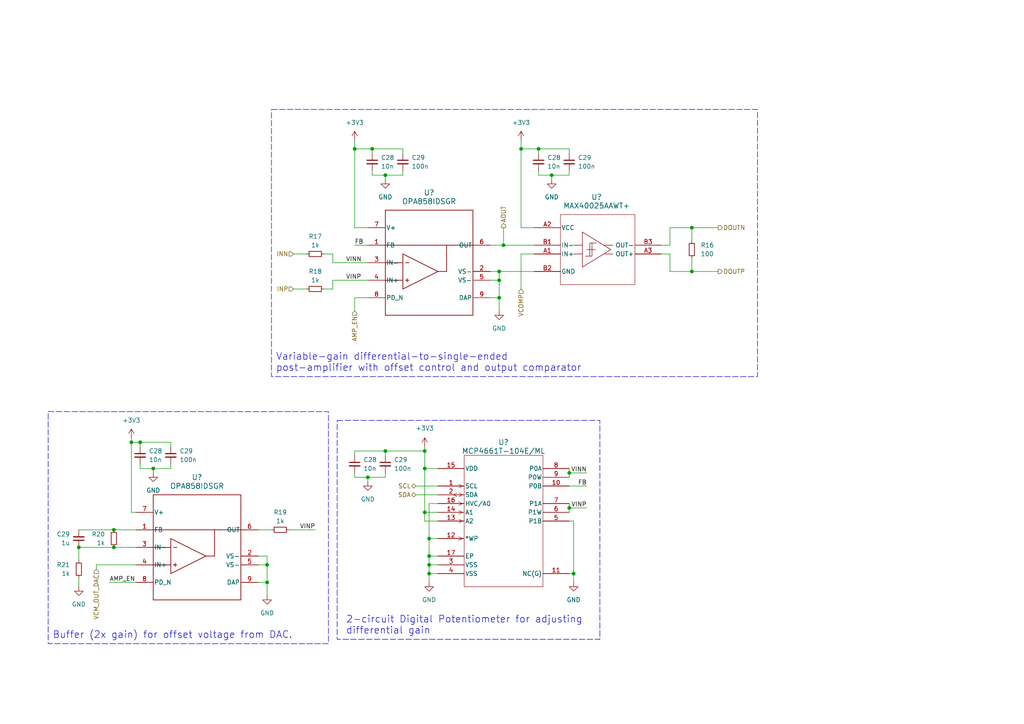
<source format=kicad_sch>
(kicad_sch (version 20230121) (generator eeschema)
  (paper "A4")
  (lib_symbols
    (symbol "Device:C_Small" (pin_numbers hide) (pin_names (offset 0.254) hide)
      (property "Reference" "C" (at 0.254 1.778 0))
      (property "Value" "C_Small" (at 0.254 -2.032 0))
      (symbol "C_Small_0_1"
        (polyline (pts (xy -1.524 -0.508) (xy 1.524 -0.508)) (stroke (width 0.3302)))
        (polyline (pts (xy -1.524 0.508) (xy 1.524 0.508)) (stroke (width 0.3048)))
      )
      (symbol "C_Small_1_1"
        (pin passive line (at 0 2.54 270) (length 2.032) (name "~") (number "1"))
        (pin passive line (at 0 -2.54 90) (length 2.032) (name "~") (number "2"))
      )
    )
    (symbol "Device:R_Small" (pin_numbers hide) (pin_names (offset 0.254) hide)
      (property "Reference" "R" (at 0.762 0.508 0))
      (property "Value" "R_Small" (at 0.762 -1.016 0))
      (symbol "R_Small_0_1"
        (rectangle (start -0.762 1.778) (end 0.762 -1.778) (stroke (width 0.2032)))
      )
      (symbol "R_Small_1_1"
        (pin passive line (at 0 2.54 270) (length 0.762) (name "~") (number "1"))
        (pin passive line (at 0 -2.54 90) (length 0.762) (name "~") (number "2"))
      )
    )
    (symbol "imported_components:MAX40025AAWT+" (pin_names (offset 0.254))
      (property "Reference" "U" (at 17.78 13.97 0))
      (property "Value" "MAX40025AAWT+" (at 17.78 11.43 0))
      (symbol "MAX40025AAWT+_0_1"
        (polyline (pts (xy 7.62 -10.16) (xy 29.21 -10.16)) (stroke (width 0.127)))
        (polyline (pts (xy 7.62 10.16) (xy 7.62 -10.16)) (stroke (width 0.127)))
        (polyline (pts (xy 29.21 -10.16) (xy 29.21 10.16)) (stroke (width 0.127)))
        (polyline (pts (xy 29.21 10.16) (xy 7.62 10.16)) (stroke (width 0.127)))
        (pin input line (at 0 -1.27 0) (length 7.62) (name "IN+") (number "A1"))
        (pin power_in line (at 0 6.35 0) (length 7.62) (name "VCC") (number "A2"))
        (pin output line (at 36.83 -1.27 180) (length 7.62) (name "OUT+") (number "A3"))
        (pin input line (at 0 1.27 0) (length 7.62) (name "IN-") (number "B1"))
        (pin output line (at 36.83 1.27 180) (length 7.62) (name "OUT-") (number "B3"))
      )
      (symbol "MAX40025AAWT+_1_1"
        (polyline (pts (xy 11.43 -1.27) (xy 13.97 -1.27)))
        (polyline (pts (xy 11.43 1.27) (xy 13.97 1.27)))
        (polyline (pts (xy 17.78 0) (xy 15.24 0)))
        (polyline (pts (xy 20.32 -1.27) (xy 22.86 -1.27)))
        (polyline (pts (xy 20.32 1.27) (xy 22.86 1.27)))
        (polyline (pts (xy 13.97 5.08) (xy 13.97 -5.08) (xy 22.225 0) (xy 13.97 5.08)))
        (polyline (pts (xy 14.859 -1.905) (xy 16.764 -1.905) (xy 16.764 1.905) (xy 18.034 1.905) (xy 16.129 1.905) (xy 16.129 -1.905)))
        (pin power_in line (at 0 -6.35 0) (length 7.62) (name "GND") (number "B2"))
      )
    )
    (symbol "imported_components:MCP4661T-104E_ML" (pin_names (offset 0.254))
      (property "Reference" "U" (at 0 22.86 0))
      (property "Value" "MCP4661T-104E/ML" (at 0 20.32 0))
      (symbol "MCP4661T-104E_ML_0_1"
        (polyline (pts (xy -13.5128 7.0993) (xy -14.5542 7.62)) (stroke (width 0.127)))
        (polyline (pts (xy -13.5128 8.1407) (xy -14.5542 7.62)) (stroke (width 0.127)))
        (polyline (pts (xy -11.9507 -5.08) (xy -12.9921 -5.6007)) (stroke (width 0.127)))
        (polyline (pts (xy -11.9507 -5.08) (xy -12.9921 -4.5593)) (stroke (width 0.127)))
        (polyline (pts (xy -11.9507 0) (xy -12.9921 -0.5207)) (stroke (width 0.127)))
        (polyline (pts (xy -11.9507 0) (xy -12.9921 0.5207)) (stroke (width 0.127)))
        (polyline (pts (xy -11.9507 2.54) (xy -12.9921 2.0193)) (stroke (width 0.127)))
        (polyline (pts (xy -11.9507 2.54) (xy -12.9921 3.0607)) (stroke (width 0.127)))
        (polyline (pts (xy -11.9507 5.08) (xy -12.9921 4.5593)) (stroke (width 0.127)))
        (polyline (pts (xy -11.9507 5.08) (xy -12.9921 5.6007)) (stroke (width 0.127)))
        (polyline (pts (xy -11.9507 7.62) (xy -12.9921 7.0993)) (stroke (width 0.127)))
        (polyline (pts (xy -11.9507 7.62) (xy -12.9921 8.1407)) (stroke (width 0.127)))
        (polyline (pts (xy -11.9507 10.16) (xy -12.9921 9.6393)) (stroke (width 0.127)))
        (polyline (pts (xy -11.9507 10.16) (xy -12.9921 10.6807)) (stroke (width 0.127)))
        (polyline (pts (xy -11.43 -19.05) (xy 11.43 -19.05)) (stroke (width 0.127)))
        (polyline (pts (xy -11.43 19.05) (xy -11.43 -19.05)) (stroke (width 0.127)))
        (polyline (pts (xy 11.43 -19.05) (xy 11.43 19.05)) (stroke (width 0.127)))
        (polyline (pts (xy 11.43 19.05) (xy -11.43 19.05)) (stroke (width 0.127)))
        (pin input line (at -19.05 10.16 0) (length 7.62) (name "SCL") (number "1"))
        (pin input line (at -19.05 -5.08 0) (length 7.62) (name "*WP") (number "12"))
        (pin input line (at -19.05 0 0) (length 7.62) (name "A2") (number "13"))
        (pin input line (at -19.05 2.54 0) (length 7.62) (name "A1") (number "14"))
        (pin power_in line (at -19.05 15.24 0) (length 7.62) (name "VDD") (number "15"))
        (pin input line (at -19.05 5.08 0) (length 7.62) (name "HVC/A0") (number "16"))
        (pin bidirectional line (at -19.05 7.62 0) (length 7.62) (name "SDA") (number "2"))
        (pin power_in line (at -19.05 -12.7 0) (length 7.62) (name "VSS") (number "3"))
        (pin power_in line (at -19.05 -15.24 0) (length 7.62) (name "VSS") (number "4"))
      )
      (symbol "MCP4661T-104E_ML_1_1"
        (pin passive line (at 19.05 10.16 180) (length 7.62) (name "P0B") (number "10"))
        (pin power_in line (at 19.05 -15.24 180) (length 7.62) (name "NC(G)") (number "11"))
        (pin power_in line (at -19.05 -10.16 0) (length 7.62) (name "EP") (number "17"))
        (pin passive line (at 19.05 0 180) (length 7.62) (name "P1B") (number "5"))
        (pin passive line (at 19.05 2.54 180) (length 7.62) (name "P1W") (number "6"))
        (pin passive line (at 19.05 5.08 180) (length 7.62) (name "P1A") (number "7"))
        (pin passive line (at 19.05 15.24 180) (length 7.62) (name "P0A") (number "8"))
        (pin passive line (at 19.05 12.7 180) (length 7.62) (name "P0W") (number "9"))
      )
    )
    (symbol "imported_components:OPA858IDSGR" (pin_names (offset 0.254))
      (property "Reference" "U" (at 0 19.05 0))
      (property "Value" "OPA858IDSGR" (at 0 16.51 0))
      (symbol "OPA858IDSGR_0_1"
        (polyline (pts (xy -12.7 -15.24) (xy 12.7 -15.24)) (stroke (width 0.2032)))
        (polyline (pts (xy -12.7 -5.08) (xy -7.62 -5.08)) (stroke (width 0.2032)))
        (polyline (pts (xy -12.7 0) (xy -7.62 0)) (stroke (width 0.2032)))
        (polyline (pts (xy -12.7 15.24) (xy -12.7 -15.24)) (stroke (width 0.2032)))
        (polyline (pts (xy -7.62 -7.62) (xy 2.54 -2.54)) (stroke (width 0.2032)))
        (polyline (pts (xy -7.62 2.54) (xy -7.62 -7.62)) (stroke (width 0.2032)))
        (polyline (pts (xy -7.62 2.54) (xy 2.54 -2.54)) (stroke (width 0.2032)))
        (polyline (pts (xy -6.858 -5.08) (xy -5.842 -5.08)) (stroke (width 0.2032)))
        (polyline (pts (xy -6.858 0) (xy -5.842 0)) (stroke (width 0.2032)))
        (polyline (pts (xy -6.35 -4.572) (xy -6.35 -5.588)) (stroke (width 0.2032)))
        (polyline (pts (xy 5.08 -2.54) (xy 2.54 -2.54)) (stroke (width 0.2032)))
        (polyline (pts (xy 5.08 -2.54) (xy 5.08 5.08)) (stroke (width 0.2032)))
        (polyline (pts (xy 12.7 -15.24) (xy 12.7 15.24)) (stroke (width 0.2032)))
        (polyline (pts (xy 12.7 5.08) (xy -12.7 5.08)) (stroke (width 0.2032)))
        (polyline (pts (xy 12.7 15.24) (xy -12.7 15.24)) (stroke (width 0.2032)))
        (pin input line (at -17.78 5.08 0) (length 5.08) (name "FB") (number "1"))
        (pin power_in line (at 17.78 -2.54 180) (length 5.08) (name "VS-") (number "2"))
        (pin input line (at -17.78 0 0) (length 5.08) (name "IN-") (number "3"))
        (pin input line (at -17.78 -5.08 0) (length 5.08) (name "IN+") (number "4"))
        (pin power_in line (at 17.78 -5.08 180) (length 5.08) (name "VS-") (number "5"))
        (pin output line (at 17.78 5.08 180) (length 5.08) (name "OUT") (number "6"))
        (pin power_in line (at -17.78 10.16 0) (length 5.08) (name "V+") (number "7"))
        (pin input line (at -17.78 -10.16 0) (length 5.08) (name "PD_N") (number "8"))
        (pin power_in line (at 17.78 -10.16 180) (length 5.08) (name "DAP") (number "9"))
      )
    )
    (symbol "power:+3V3" (power) (pin_names (offset 0))
      (property "Value" "+3V3" (at 0 3.556 0))
      (symbol "+3V3_0_1"
        (polyline (pts (xy -0.762 1.27) (xy 0 2.54)))
        (polyline (pts (xy 0 0) (xy 0 2.54)))
        (polyline (pts (xy 0 2.54) (xy 0.762 1.27)))
      )
      (symbol "+3V3_1_1"
        (pin power_in line (at 0 0 90) (length 0) hide (name "+3V3") (number "1"))
      )
    )
    (symbol "power:GND" (power) (pin_names (offset 0))
      (property "Value" "GND" (at 0 -3.81 0))
      (symbol "GND_0_1"
        (polyline (pts (xy 0 0) (xy 0 -1.27) (xy 1.27 -1.27) (xy 0 -2.54) (xy -1.27 -1.27) (xy 0 -1.27)))
      )
      (symbol "GND_1_1"
        (pin power_in line (at 0 0 270) (length 0) hide (name "GND") (number "1"))
      )
    )
  )
  (junction (at 124.46 166.37))
  (junction (at 106.68 138.43))
  (junction (at 123.19 148.59))
  (junction (at 200.66 78.74))
  (junction (at 44.45 135.89))
  (junction (at 160.02 50.8))
  (junction (at 38.1 128.27))
  (junction (at 107.95 43.18))
  (junction (at 144.78 81.28))
  (junction (at 151.13 43.18))
  (junction (at 165.1 147.32))
  (junction (at 40.64 128.27))
  (junction (at 77.47 168.91))
  (junction (at 156.21 43.18))
  (junction (at 124.46 156.21))
  (junction (at 146.05 71.12))
  (junction (at 22.86 158.75))
  (junction (at 165.1 137.16))
  (junction (at 124.46 161.29))
  (junction (at 124.46 163.83))
  (junction (at 111.76 50.8))
  (junction (at 33.02 158.75))
  (junction (at 111.76 130.81))
  (junction (at 166.37 166.37))
  (junction (at 123.19 130.81))
  (junction (at 77.47 163.83))
  (junction (at 33.02 153.67))
  (junction (at 200.66 66.04))
  (junction (at 123.19 135.89))
  (junction (at 144.78 78.74))
  (junction (at 102.87 43.18))
  (junction (at 144.78 86.36))
  (wire (pts (xy 142.24 71.12) (xy 146.05 71.12)))
  (wire (pts (xy 165.1 147.32) (xy 165.1 148.59)))
  (wire (pts (xy 123.19 129.54) (xy 123.19 130.81)))
  (wire (pts (xy 200.66 66.04) (xy 208.28 66.04)))
  (wire (pts (xy 146.05 66.04) (xy 146.05 71.12)))
  (wire (pts (xy 96.52 81.28) (xy 96.52 83.82)))
  (wire (pts (xy 165.1 166.37) (xy 166.37 166.37)))
  (wire (pts (xy 49.53 135.89) (xy 44.45 135.89)))
  (wire (pts (xy 194.31 66.04) (xy 194.31 71.12)))
  (wire (pts (xy 111.76 137.16) (xy 111.76 138.43)))
  (wire (pts (xy 165.1 44.45) (xy 165.1 43.18)))
  (wire (pts (xy 33.02 158.75) (xy 39.37 158.75)))
  (wire (pts (xy 165.1 137.16) (xy 165.1 138.43)))
  (wire (pts (xy 93.98 83.82) (xy 96.52 83.82)))
  (wire (pts (xy 144.78 86.36) (xy 144.78 90.17)))
  (wire (pts (xy 38.1 128.27) (xy 38.1 148.59)))
  (wire (pts (xy 96.52 76.2) (xy 106.68 76.2)))
  (wire (pts (xy 102.87 138.43) (xy 102.87 137.16)))
  (wire (pts (xy 116.84 50.8) (xy 111.76 50.8)))
  (wire (pts (xy 85.09 83.82) (xy 88.9 83.82)))
  (wire (pts (xy 49.53 129.54) (xy 49.53 128.27)))
  (wire (pts (xy 127 146.05) (xy 124.46 146.05)))
  (wire (pts (xy 124.46 156.21) (xy 127 156.21)))
  (wire (pts (xy 165.1 137.16) (xy 170.18 137.16)))
  (wire (pts (xy 166.37 151.13) (xy 166.37 166.37)))
  (wire (pts (xy 166.37 166.37) (xy 166.37 168.91)))
  (wire (pts (xy 194.31 73.66) (xy 191.77 73.66)))
  (wire (pts (xy 127 161.29) (xy 124.46 161.29)))
  (wire (pts (xy 107.95 50.8) (xy 107.95 49.53)))
  (wire (pts (xy 77.47 161.29) (xy 77.47 163.83)))
  (wire (pts (xy 22.86 162.56) (xy 22.86 158.75)))
  (wire (pts (xy 123.19 148.59) (xy 123.19 135.89)))
  (wire (pts (xy 120.65 143.51) (xy 127 143.51)))
  (wire (pts (xy 102.87 86.36) (xy 102.87 90.17)))
  (wire (pts (xy 38.1 148.59) (xy 39.37 148.59)))
  (wire (pts (xy 22.86 153.67) (xy 33.02 153.67)))
  (wire (pts (xy 165.1 49.53) (xy 165.1 50.8)))
  (wire (pts (xy 194.31 78.74) (xy 194.31 73.66)))
  (wire (pts (xy 123.19 148.59) (xy 127 148.59)))
  (wire (pts (xy 116.84 44.45) (xy 116.84 43.18)))
  (wire (pts (xy 77.47 163.83) (xy 77.47 168.91)))
  (wire (pts (xy 124.46 166.37) (xy 127 166.37)))
  (wire (pts (xy 151.13 40.64) (xy 151.13 43.18)))
  (wire (pts (xy 85.09 73.66) (xy 88.9 73.66)))
  (wire (pts (xy 194.31 66.04) (xy 200.66 66.04)))
  (wire (pts (xy 111.76 50.8) (xy 111.76 52.07)))
  (wire (pts (xy 106.68 66.04) (xy 102.87 66.04)))
  (wire (pts (xy 144.78 81.28) (xy 144.78 86.36)))
  (wire (pts (xy 194.31 71.12) (xy 191.77 71.12)))
  (wire (pts (xy 77.47 168.91) (xy 77.47 172.72)))
  (wire (pts (xy 156.21 43.18) (xy 156.21 44.45)))
  (wire (pts (xy 123.19 151.13) (xy 123.19 148.59)))
  (wire (pts (xy 200.66 74.93) (xy 200.66 78.74)))
  (wire (pts (xy 38.1 128.27) (xy 40.64 128.27)))
  (wire (pts (xy 74.93 153.67) (xy 78.74 153.67)))
  (wire (pts (xy 144.78 78.74) (xy 154.94 78.74)))
  (wire (pts (xy 120.65 140.97) (xy 127 140.97)))
  (wire (pts (xy 107.95 43.18) (xy 107.95 44.45)))
  (wire (pts (xy 22.86 167.64) (xy 22.86 170.18)))
  (wire (pts (xy 124.46 163.83) (xy 124.46 166.37)))
  (wire (pts (xy 22.86 158.75) (xy 33.02 158.75)))
  (wire (pts (xy 74.93 163.83) (xy 77.47 163.83)))
  (wire (pts (xy 151.13 73.66) (xy 151.13 83.82)))
  (wire (pts (xy 49.53 134.62) (xy 49.53 135.89)))
  (wire (pts (xy 27.94 163.83) (xy 39.37 163.83)))
  (wire (pts (xy 127 151.13) (xy 123.19 151.13)))
  (wire (pts (xy 40.64 135.89) (xy 40.64 134.62)))
  (wire (pts (xy 102.87 86.36) (xy 106.68 86.36)))
  (wire (pts (xy 124.46 166.37) (xy 124.46 168.91)))
  (wire (pts (xy 102.87 130.81) (xy 111.76 130.81)))
  (wire (pts (xy 142.24 81.28) (xy 144.78 81.28)))
  (wire (pts (xy 111.76 138.43) (xy 106.68 138.43)))
  (wire (pts (xy 151.13 43.18) (xy 156.21 43.18)))
  (wire (pts (xy 111.76 50.8) (xy 107.95 50.8)))
  (wire (pts (xy 144.78 78.74) (xy 144.78 81.28)))
  (wire (pts (xy 111.76 130.81) (xy 123.19 130.81)))
  (wire (pts (xy 116.84 49.53) (xy 116.84 50.8)))
  (wire (pts (xy 166.37 151.13) (xy 165.1 151.13)))
  (wire (pts (xy 74.93 168.91) (xy 77.47 168.91)))
  (wire (pts (xy 33.02 153.67) (xy 39.37 153.67)))
  (wire (pts (xy 44.45 135.89) (xy 40.64 135.89)))
  (wire (pts (xy 102.87 71.12) (xy 106.68 71.12)))
  (wire (pts (xy 124.46 163.83) (xy 127 163.83)))
  (wire (pts (xy 102.87 43.18) (xy 102.87 66.04)))
  (wire (pts (xy 123.19 135.89) (xy 127 135.89)))
  (wire (pts (xy 165.1 50.8) (xy 160.02 50.8)))
  (wire (pts (xy 160.02 50.8) (xy 156.21 50.8)))
  (wire (pts (xy 156.21 43.18) (xy 165.1 43.18)))
  (wire (pts (xy 151.13 43.18) (xy 151.13 66.04)))
  (wire (pts (xy 142.24 78.74) (xy 144.78 78.74)))
  (wire (pts (xy 151.13 66.04) (xy 154.94 66.04)))
  (wire (pts (xy 156.21 50.8) (xy 156.21 49.53)))
  (wire (pts (xy 123.19 130.81) (xy 123.19 135.89)))
  (wire (pts (xy 160.02 50.8) (xy 160.02 52.07)))
  (wire (pts (xy 124.46 161.29) (xy 124.46 163.83)))
  (wire (pts (xy 44.45 135.89) (xy 44.45 137.16)))
  (wire (pts (xy 102.87 40.64) (xy 102.87 43.18)))
  (wire (pts (xy 165.1 137.16) (xy 165.1 135.89)))
  (wire (pts (xy 40.64 128.27) (xy 40.64 129.54)))
  (wire (pts (xy 107.95 43.18) (xy 116.84 43.18)))
  (wire (pts (xy 93.98 73.66) (xy 96.52 73.66)))
  (wire (pts (xy 200.66 78.74) (xy 208.28 78.74)))
  (wire (pts (xy 200.66 66.04) (xy 200.66 69.85)))
  (wire (pts (xy 124.46 146.05) (xy 124.46 156.21)))
  (wire (pts (xy 106.68 138.43) (xy 106.68 139.7)))
  (wire (pts (xy 102.87 130.81) (xy 102.87 132.08)))
  (wire (pts (xy 151.13 73.66) (xy 154.94 73.66)))
  (wire (pts (xy 165.1 147.32) (xy 170.18 147.32)))
  (wire (pts (xy 142.24 86.36) (xy 144.78 86.36)))
  (wire (pts (xy 124.46 156.21) (xy 124.46 161.29)))
  (wire (pts (xy 27.94 165.1) (xy 27.94 163.83)))
  (wire (pts (xy 74.93 161.29) (xy 77.47 161.29)))
  (wire (pts (xy 96.52 73.66) (xy 96.52 76.2)))
  (wire (pts (xy 146.05 71.12) (xy 154.94 71.12)))
  (wire (pts (xy 194.31 78.74) (xy 200.66 78.74)))
  (wire (pts (xy 96.52 81.28) (xy 106.68 81.28)))
  (wire (pts (xy 38.1 127) (xy 38.1 128.27)))
  (wire (pts (xy 165.1 147.32) (xy 165.1 146.05)))
  (wire (pts (xy 40.64 128.27) (xy 49.53 128.27)))
  (wire (pts (xy 83.82 153.67) (xy 91.44 153.67)))
  (wire (pts (xy 106.68 138.43) (xy 102.87 138.43)))
  (wire (pts (xy 165.1 140.97) (xy 170.18 140.97)))
  (wire (pts (xy 102.87 43.18) (xy 107.95 43.18)))
  (wire (pts (xy 111.76 132.08) (xy 111.76 130.81)))
  (wire (pts (xy 31.75 168.91) (xy 39.37 168.91)))
  (rectangle (start 13.97 119.38) (end 95.25 186.69) (stroke (width 0) (type dash)))
  (rectangle (start 97.79 121.92) (end 173.99 185.42) (stroke (width 0) (type dash)))
  (rectangle (start 78.74 31.75) (end 219.71 109.22) (stroke (width 0) (type dash)))
  (text "Buffer (2x gain) for offset voltage from DAC." (at 15.24 185.42 0) (effects (font (size 2 2)) (justify left bottom)))
  (text "2-circuit Digital Potentiometer for adjusting \ndifferential gain" (at 100.33 184.15 0) (effects (font (size 2 2)) (justify left bottom)))
  (text "Variable-gain differential-to-single-ended\npost-amplifier with offset control and output comparator" (at 80.01 107.95 0) (effects (font (size 2 2)) (justify left bottom)))
  (label "VINP" (at 100.33 81.28 0))
  (label "VINP" (at 91.44 153.67 180))
  (label "FB" (at 102.87 71.12 0))
  (label "VINN" (at 170.18 137.16 180))
  (label "AMP_EN" (at 31.75 168.91 0))
  (label "VINN" (at 100.33 76.2 0))
  (label "VINP" (at 170.18 147.32 180))
  (label "FB" (at 170.18 140.97 180))
  (hierarchical_label "VCM_OUT_DAC" (shape input) (at 27.94 165.1 270))
  (hierarchical_label "INP" (shape input) (at 85.09 83.82 180))
  (hierarchical_label "SCL" (shape bidirectional) (at 120.65 140.97 180))
  (hierarchical_label "SDA" (shape bidirectional) (at 120.65 143.51 180))
  (hierarchical_label "DOUTP" (shape output) (at 208.28 78.74 0))
  (hierarchical_label "INN" (shape input) (at 85.09 73.66 180))
  (hierarchical_label "AMP_EN" (shape input) (at 102.87 90.17 270))
  (hierarchical_label "VCOMP" (shape input) (at 151.13 83.82 270))
  (hierarchical_label "AOUT" (shape output) (at 146.05 66.04 90))
  (hierarchical_label "DOUTN" (shape output) (at 208.28 66.04 0))
  (symbol (lib_id "imported_components:MAX40025AAWT+") (at 154.94 72.39 0) (unit 1)
    (property "Reference" "U?" (at 173.0375 57.15 0) (effects (font (size 1.524 1.524))))
    (property "Value" "MAX40025AAWT+" (at 173.0375 59.69 0) (effects (font (size 1.524 1.524))))
    (property "Footprint" "imported_footprints:21-100296_W60D1&plus_1_MXM" (effects hide))
    (property "Datasheet" "https://www.analog.com/media/en/technical-documentation/data-sheets/MAX40025A-MAX40026.pdf" (effects hide))
    (property "PartNum" "MAX40025AAWT+" (effects hide))
    (property "Description" "IC COMPARATOR 1 GEN PUR 6WLP" (effects hide))
    (property "Manufacturer" "Analog Devices Inc./Maxim Integrated" (effects hide))
    (instances (project "pixel_char_fall2023" (path "" (reference "U?") (unit 1)) (path "" (reference "U12") (unit 1)) (path "" (reference "U16") (unit 1))))
  )
  (symbol (lib_id "power:+3V3") (at 38.1 127 0) (unit 1)
    (property "Reference" "#PWR?" (effects hide))
    (property "Value" "+3V3" (at 38.1 121.92 0))
    (instances (project "pixel_char_fall2023" (path "" (reference "#PWR?") (unit 1)) (path "" (reference "#PWR087") (unit 1)) (path "" (reference "#PWR0100") (unit 1))))
  )
  (symbol (lib_id "power:+3V3") (at 151.13 40.64 0) (unit 1)
    (property "Reference" "#PWR?" (effects hide))
    (property "Value" "+3V3" (at 151.13 35.56 0))
    (instances (project "pixel_char_fall2023" (path "" (reference "#PWR?") (unit 1)) (path "" (reference "#PWR083") (unit 1)) (path "" (reference "#PWR096") (unit 1))))
  )
  (symbol (lib_id "power:+3V3") (at 102.87 40.64 0) (unit 1)
    (property "Reference" "#PWR?" (effects hide))
    (property "Value" "+3V3" (at 102.87 35.56 0))
    (instances (project "pixel_char_fall2023" (path "" (reference "#PWR?") (unit 1)) (path "" (reference "#PWR082") (unit 1)) (path "" (reference "#PWR095") (unit 1))))
  )
  (symbol (lib_id "power:GND") (at 106.68 139.7 0) (unit 1)
    (property "Reference" "#PWR?" (effects hide))
    (property "Value" "GND" (at 106.68 144.78 0))
    (instances (project "pixel_char_fall2023" (path "" (reference "#PWR?") (unit 1)) (path "" (reference "#PWR067") (unit 1)) (path "" (reference "#PWR090") (unit 1)) (path "" (reference "#PWR0103") (unit 1))))
  )
  (symbol (lib_id "Device:C_Small") (at 116.84 46.99 0) (unit 1)
    (property "Reference" "C29" (at 119.38 45.7263 0) (effects (justify left)))
    (property "Value" "100n" (at 119.38 48.2663 0) (effects (justify left)))
    (property "Footprint" "Capacitor_SMD:C_0402_1005Metric" (effects hide))
    (property "Description" "CAP CER 0.1UF 25V X7R 0402" (effects hide))
    (property "Manufacturer" "Murata Electronics" (effects hide))
    (property "PartNum" "GRM155R71E104KE14J" (effects hide))
    (instances (project "pixel_char_fall2023" (path "" (reference "C29") (unit 1)) (path "" (reference "C70") (unit 1)) (path "" (reference "C79") (unit 1))))
  )
  (symbol (lib_id "Device:C_Small") (at 156.21 46.99 0) (unit 1)
    (property "Reference" "C28" (at 158.75 45.7263 0) (effects (justify left)))
    (property "Value" "10n" (at 158.75 48.2663 0) (effects (justify left)))
    (property "Footprint" "Capacitor_SMD:C_0402_1005Metric" (effects hide))
    (property "Description" "CAP CER 10000PF 16V X7R 0402" (effects hide))
    (property "Manufacturer" "Murata Electronics" (effects hide))
    (property "PartNum" "GRT155R71C103KE01J" (effects hide))
    (instances (project "pixel_char_fall2023" (path "" (reference "C28") (unit 1)) (path "" (reference "C71") (unit 1)) (path "" (reference "C80") (unit 1))))
  )
  (symbol (lib_id "power:GND") (at 77.47 172.72 0) (unit 1)
    (property "Reference" "#PWR?" (effects hide))
    (property "Value" "GND" (at 77.47 177.8 0))
    (instances (project "pixel_char_fall2023" (path "" (reference "#PWR?") (unit 1)) (path "" (reference "#PWR094") (unit 1)) (path "" (reference "#PWR0107") (unit 1))))
  )
  (symbol (lib_id "Device:C_Small") (at 111.76 134.62 0) (unit 1)
    (property "Reference" "C29" (at 114.3 133.3563 0) (effects (justify left)))
    (property "Value" "100n" (at 114.3 135.8963 0) (effects (justify left)))
    (property "Footprint" "Capacitor_SMD:C_0402_1005Metric" (effects hide))
    (property "Description" "CAP CER 0.1UF 25V X7R 0402" (effects hide))
    (property "Manufacturer" "Murata Electronics" (effects hide))
    (property "PartNum" "GRM155R71E104KE14J" (effects hide))
    (instances (project "pixel_char_fall2023" (path "" (reference "C29") (unit 1)) (path "" (reference "C76") (unit 1)) (path "" (reference "C85") (unit 1))))
  )
  (symbol (lib_id "power:+3V3") (at 123.19 129.54 0) (unit 1)
    (property "Reference" "#PWR?" (effects hide))
    (property "Value" "+3V3" (at 123.19 124.206 0))
    (instances (project "pixel_char_fall2023" (path "" (reference "#PWR?") (unit 1)) (path "" (reference "#PWR063") (unit 1)) (path "" (reference "#PWR088") (unit 1)) (path "" (reference "#PWR0101") (unit 1))))
  )
  (symbol (lib_id "Device:C_Small") (at 102.87 134.62 0) (unit 1)
    (property "Reference" "C28" (at 105.41 133.3563 0) (effects (justify left)))
    (property "Value" "10n" (at 105.41 135.8963 0) (effects (justify left)))
    (property "Footprint" "Capacitor_SMD:C_0402_1005Metric" (effects hide))
    (property "Description" "CAP CER 10000PF 16V X7R 0402" (effects hide))
    (property "Manufacturer" "Murata Electronics" (effects hide))
    (property "PartNum" "GRT155R71C103KE01J" (effects hide))
    (instances (project "pixel_char_fall2023" (path "" (reference "C28") (unit 1)) (path "" (reference "C75") (unit 1)) (path "" (reference "C84") (unit 1))))
  )
  (symbol (lib_id "Device:R_Small") (at 33.02 156.21 0) (mirror y) (unit 1)
    (property "Reference" "R20" (at 30.48 154.94 0) (effects (justify left)))
    (property "Value" "1k" (at 30.48 157.48 0) (effects (justify left)))
    (property "Footprint" "Resistor_SMD:R_0402_1005Metric" (effects hide))
    (property "Description" "RES 1K OHM 1% 1/16W 0402" (effects hide))
    (property "Manufacturer" "Yageo" (effects hide))
    (property "PartNum" "RC0402FR-071KL" (effects hide))
    (instances (project "pixel_char_fall2023" (path "" (reference "R20") (unit 1)) (path "" (reference "R26") (unit 1))))
  )
  (symbol (lib_id "imported_components:OPA858IDSGR") (at 57.15 158.75 0) (unit 1)
    (property "Reference" "U?" (at 57.15 138.43 0) (effects (font (size 1.524 1.524))))
    (property "Value" "OPA858IDSGR" (at 57.15 140.97 0) (effects (font (size 1.524 1.524))))
    (property "Footprint" "imported_footprints:DSG0008A" (effects hide))
    (property "Datasheet" "https://www.ti.com/lit/ds/symlink/opa858.pdf?HQS=dis-dk-null-digikeymode-dsf-pf-null-wwe&ts=1701384556400&ref_url=https%253A%252F%252Fwww.ti.com%252Fgeneral%252Fdocs%252Fsuppproductinfo.tsp%253FdistId%253D10%2526gotoUrl%253Dhttps%253A%252F%252Fwww.ti.com%252Flit%252Fgpn%252Fopa858" (effects hide))
    (property "PartNum" "OPA858IDSGR" (effects hide))
    (property "Description" "IC OPAMP GP 1 CIRCUIT 8WSON" (effects hide))
    (property "Manufacturer" "Texas Instruments" (effects hide))
    (instances (project "pixel_char_fall2023" (path "" (reference "U?") (unit 1)) (path "" (reference "U15") (unit 1)) (path "" (reference "U19") (unit 1))))
  )
  (symbol (lib_id "Device:R_Small") (at 22.86 165.1 0) (mirror x) (unit 1)
    (property "Reference" "R21" (at 20.32 163.83 0) (effects (justify right)))
    (property "Value" "1k" (at 20.32 166.37 0) (effects (justify right)))
    (property "Footprint" "Resistor_SMD:R_0402_1005Metric" (effects hide))
    (property "Description" "RES 1K OHM 1% 1/16W 0402" (effects hide))
    (property "Manufacturer" "Yageo" (effects hide))
    (property "PartNum" "RC0402FR-071KL" (effects hide))
    (instances (project "pixel_char_fall2023" (path "" (reference "R21") (unit 1)) (path "" (reference "R27") (unit 1))))
  )
  (symbol (lib_id "imported_components:MCP4661T-104E_ML") (at 146.05 151.13 0) (unit 1)
    (property "Reference" "U?" (at 146.05 128.27 0) (effects (font (size 1.524 1.524))))
    (property "Value" "MCP4661T-104E/ML" (at 146.05 130.81 0) (effects (font (size 1.524 1.524))))
    (property "Footprint" "imported_footprints:QFN16_4x4MC_MCH" (effects hide))
    (property "Datasheet" "https://ww1.microchip.com/downloads/en/DeviceDoc/22107B.pdf" (effects hide))
    (property "PartNum" "MCP4661T-104E/ML" (effects hide))
    (property "Description" "IC DGTL POT 100KOHM 257TAP 16QFN" (effects hide))
    (property "Manufacturer" "Microchip Technology" (effects hide))
    (instances (project "pixel_char_fall2023" (path "" (reference "U?") (unit 1)) (path "" (reference "U14") (unit 1)) (path "" (reference "U14") (unit 1)) (path "" (reference "U18") (unit 1))))
  )
  (symbol (lib_id "Device:R_Small") (at 91.44 83.82 90) (unit 1)
    (property "Reference" "R18" (at 91.44 78.74 90))
    (property "Value" "1k" (at 91.44 81.28 90))
    (property "Footprint" "Resistor_SMD:R_0402_1005Metric" (effects hide))
    (property "Description" "RES 1K OHM 1% 1/16W 0402" (effects hide))
    (property "Manufacturer" "Yageo" (effects hide))
    (property "PartNum" "RC0402FR-071KL" (effects hide))
    (instances (project "pixel_char_fall2023" (path "" (reference "R18") (unit 1)) (path "" (reference "R24") (unit 1))))
  )
  (symbol (lib_id "Device:R_Small") (at 200.66 72.39 0) (unit 1)
    (property "Reference" "R16" (at 203.2 71.12 0) (effects (justify left)))
    (property "Value" "100" (at 203.2 73.66 0) (effects (justify left)))
    (property "Footprint" "Resistor_SMD:R_0402_1005Metric" (effects hide))
    (property "Description" "RES SMD 100 OHM 0.1% 1/16W 0402" (effects hide))
    (property "Manufacturer" "Yageo" (effects hide))
    (property "PartNum" "RT0402BRD07100RL" (effects hide))
    (instances (project "pixel_char_fall2023" (path "" (reference "R16") (unit 1)) (path "" (reference "R22") (unit 1))))
  )
  (symbol (lib_id "Device:C_Small") (at 165.1 46.99 0) (unit 1)
    (property "Reference" "C29" (at 167.64 45.7263 0) (effects (justify left)))
    (property "Value" "100n" (at 167.64 48.2663 0) (effects (justify left)))
    (property "Footprint" "Capacitor_SMD:C_0402_1005Metric" (effects hide))
    (property "Description" "CAP CER 0.1UF 25V X7R 0402" (effects hide))
    (property "Manufacturer" "Murata Electronics" (effects hide))
    (property "PartNum" "GRM155R71E104KE14J" (effects hide))
    (instances (project "pixel_char_fall2023" (path "" (reference "C29") (unit 1)) (path "" (reference "C72") (unit 1)) (path "" (reference "C81") (unit 1))))
  )
  (symbol (lib_id "Device:C_Small") (at 107.95 46.99 0) (unit 1)
    (property "Reference" "C28" (at 110.49 45.7263 0) (effects (justify left)))
    (property "Value" "10n" (at 110.49 48.2663 0) (effects (justify left)))
    (property "Footprint" "Capacitor_SMD:C_0402_1005Metric" (effects hide))
    (property "Description" "CAP CER 10000PF 16V X7R 0402" (effects hide))
    (property "Manufacturer" "Murata Electronics" (effects hide))
    (property "PartNum" "GRT155R71C103KE01J" (effects hide))
    (instances (project "pixel_char_fall2023" (path "" (reference "C28") (unit 1)) (path "" (reference "C69") (unit 1)) (path "" (reference "C78") (unit 1))))
  )
  (symbol (lib_id "power:GND") (at 124.46 168.91 0) (unit 1)
    (property "Reference" "#PWR?" (effects hide))
    (property "Value" "GND" (at 124.46 173.99 0))
    (instances (project "pixel_char_fall2023" (path "" (reference "#PWR?") (unit 1)) (path "" (reference "#PWR069") (unit 1)) (path "" (reference "#PWR091") (unit 1)) (path "" (reference "#PWR0104") (unit 1))))
  )
  (symbol (lib_id "power:GND") (at 22.86 170.18 0) (mirror y) (unit 1)
    (property "Reference" "#PWR?" (effects hide))
    (property "Value" "GND" (at 22.86 175.26 0))
    (instances (project "pixel_char_fall2023" (path "" (reference "#PWR?") (unit 1)) (path "" (reference "#PWR067") (unit 1)) (path "" (reference "#PWR093") (unit 1)) (path "" (reference "#PWR0106") (unit 1))))
  )
  (symbol (lib_id "Device:R_Small") (at 81.28 153.67 90) (unit 1)
    (property "Reference" "R19" (at 81.28 148.59 90))
    (property "Value" "1k" (at 81.28 151.13 90))
    (property "Footprint" "Resistor_SMD:R_0402_1005Metric" (effects hide))
    (property "Description" "RES 1K OHM 1% 1/16W 0402" (effects hide))
    (property "Manufacturer" "Yageo" (effects hide))
    (property "PartNum" "RC0402FR-071KL" (effects hide))
    (instances (project "pixel_char_fall2023" (path "" (reference "R19") (unit 1)) (path "" (reference "R25") (unit 1))))
  )
  (symbol (lib_id "power:GND") (at 160.02 52.07 0) (unit 1)
    (property "Reference" "#PWR?" (effects hide))
    (property "Value" "GND" (at 160.02 57.15 0))
    (instances (project "pixel_char_fall2023" (path "" (reference "#PWR?") (unit 1)) (path "" (reference "#PWR067") (unit 1)) (path "" (reference "#PWR085") (unit 1)) (path "" (reference "#PWR098") (unit 1))))
  )
  (symbol (lib_id "power:GND") (at 166.37 168.91 0) (unit 1)
    (property "Reference" "#PWR?" (effects hide))
    (property "Value" "GND" (at 166.37 173.99 0))
    (instances (project "pixel_char_fall2023" (path "" (reference "#PWR?") (unit 1)) (path "" (reference "#PWR070") (unit 1)) (path "" (reference "#PWR092") (unit 1)) (path "" (reference "#PWR0105") (unit 1))))
  )
  (symbol (lib_id "Device:C_Small") (at 49.53 132.08 0) (unit 1)
    (property "Reference" "C29" (at 52.07 130.8163 0) (effects (justify left)))
    (property "Value" "100n" (at 52.07 133.3563 0) (effects (justify left)))
    (property "Footprint" "Capacitor_SMD:C_0402_1005Metric" (effects hide))
    (property "Description" "CAP CER 0.1UF 25V X7R 0402" (effects hide))
    (property "Manufacturer" "Murata Electronics" (effects hide))
    (property "PartNum" "GRM155R71E104KE14J" (effects hide))
    (instances (project "pixel_char_fall2023" (path "" (reference "C29") (unit 1)) (path "" (reference "C74") (unit 1)) (path "" (reference "C83") (unit 1))))
  )
  (symbol (lib_id "imported_components:OPA858IDSGR") (at 124.46 76.2 0) (unit 1)
    (property "Reference" "U?" (at 124.46 55.88 0) (effects (font (size 1.524 1.524))))
    (property "Value" "OPA858IDSGR" (at 124.46 58.42 0) (effects (font (size 1.524 1.524))))
    (property "Footprint" "imported_footprints:DSG0008A" (effects hide))
    (property "Datasheet" "https://www.ti.com/lit/ds/symlink/opa858.pdf?HQS=dis-dk-null-digikeymode-dsf-pf-null-wwe&ts=1701384556400&ref_url=https%253A%252F%252Fwww.ti.com%252Fgeneral%252Fdocs%252Fsuppproductinfo.tsp%253FdistId%253D10%2526gotoUrl%253Dhttps%253A%252F%252Fwww.ti.com%252Flit%252Fgpn%252Fopa858" (effects hide))
    (property "PartNum" "OPA858IDSGR" (effects hide))
    (property "Description" "IC OPAMP GP 1 CIRCUIT 8WSON" (effects hide))
    (property "Manufacturer" "Texas Instruments" (effects hide))
    (instances (project "pixel_char_fall2023" (path "" (reference "U?") (unit 1)) (path "" (reference "U13") (unit 1)) (path "" (reference "U17") (unit 1))))
  )
  (symbol (lib_id "power:GND") (at 144.78 90.17 0) (unit 1)
    (property "Reference" "#PWR?" (effects hide))
    (property "Value" "GND" (at 144.78 95.25 0))
    (instances (project "pixel_char_fall2023" (path "" (reference "#PWR?") (unit 1)) (path "" (reference "#PWR086") (unit 1)) (path "" (reference "#PWR099") (unit 1))))
  )
  (symbol (lib_id "power:GND") (at 44.45 137.16 0) (unit 1)
    (property "Reference" "#PWR?" (effects hide))
    (property "Value" "GND" (at 44.45 142.24 0))
    (instances (project "pixel_char_fall2023" (path "" (reference "#PWR?") (unit 1)) (path "" (reference "#PWR067") (unit 1)) (path "" (reference "#PWR089") (unit 1)) (path "" (reference "#PWR0102") (unit 1))))
  )
  (symbol (lib_id "power:GND") (at 111.76 52.07 0) (unit 1)
    (property "Reference" "#PWR?" (effects hide))
    (property "Value" "GND" (at 111.76 57.15 0))
    (instances (project "pixel_char_fall2023" (path "" (reference "#PWR?") (unit 1)) (path "" (reference "#PWR067") (unit 1)) (path "" (reference "#PWR084") (unit 1)) (path "" (reference "#PWR097") (unit 1))))
  )
  (symbol (lib_id "Device:C_Small") (at 22.86 156.21 0) (mirror x) (unit 1)
    (property "Reference" "C29" (at 20.32 154.9336 0) (effects (justify right)))
    (property "Value" "1u" (at 20.32 157.4736 0) (effects (justify right)))
    (property "Footprint" "Capacitor_SMD:C_0402_1005Metric" (effects hide))
    (property "Description" "CAP CER 1UF 6.3V X7R 0402" (effects hide))
    (property "Manufacturer" "Murata Electronics" (effects hide))
    (property "PartNum" "GRM155R70J105KA12J" (effects hide))
    (instances (project "pixel_char_fall2023" (path "" (reference "C29") (unit 1)) (path "" (reference "C77") (unit 1)) (path "" (reference "C86") (unit 1))))
  )
  (symbol (lib_id "Device:R_Small") (at 91.44 73.66 90) (unit 1)
    (property "Reference" "R17" (at 91.44 68.58 90))
    (property "Value" "1k" (at 91.44 71.12 90))
    (property "Footprint" "Resistor_SMD:R_0402_1005Metric" (effects hide))
    (property "Description" "RES 1K OHM 1% 1/16W 0402" (effects hide))
    (property "Manufacturer" "Yageo" (effects hide))
    (property "PartNum" "RC0402FR-071KL" (effects hide))
    (instances (project "pixel_char_fall2023" (path "" (reference "R17") (unit 1)) (path "" (reference "R23") (unit 1))))
  )
  (symbol (lib_id "Device:C_Small") (at 40.64 132.08 0) (unit 1)
    (property "Reference" "C28" (at 43.18 130.8163 0) (effects (justify left)))
    (property "Value" "10n" (at 43.18 133.3563 0) (effects (justify left)))
    (property "Footprint" "Capacitor_SMD:C_0402_1005Metric" (effects hide))
    (property "Description" "CAP CER 10000PF 16V X7R 0402" (effects hide))
    (property "Manufacturer" "Murata Electronics" (effects hide))
    (property "PartNum" "GRT155R71C103KE01J" (effects hide))
    (instances (project "pixel_char_fall2023" (path "" (reference "C28") (unit 1)) (path "" (reference "C73") (unit 1)) (path "" (reference "C82") (unit 1))))
  )
)
</source>
